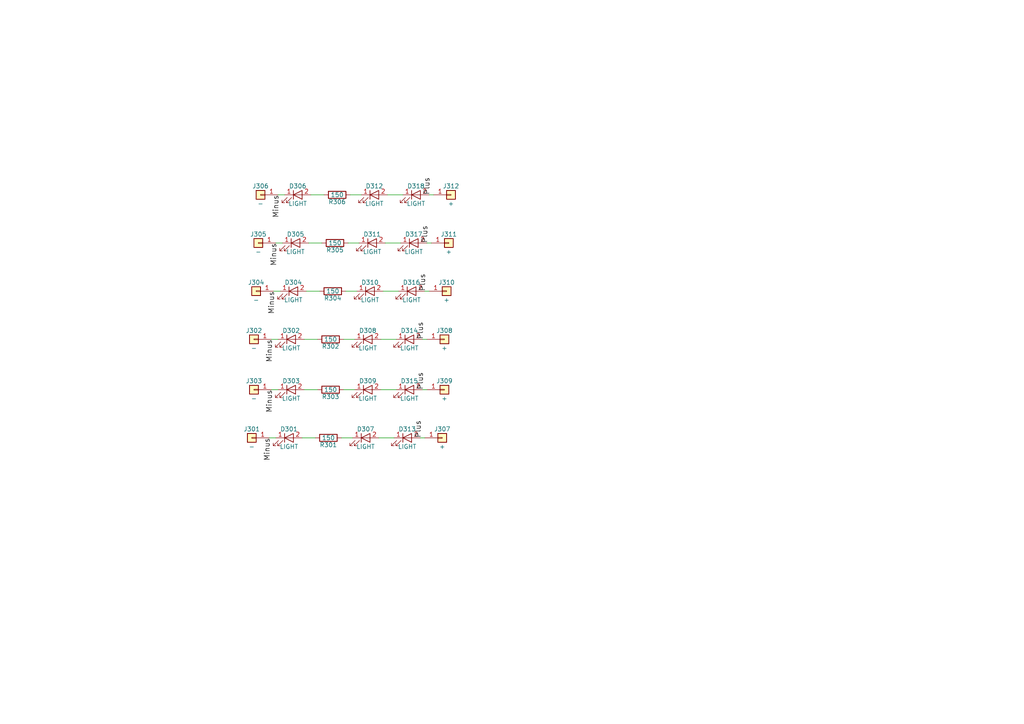
<source format=kicad_sch>
(kicad_sch (version 20211123) (generator eeschema)
  (paper "A4")
  (title_block (title "Eight Ball Club Lighting") (rev "Rev A.") (company "The Country Robot") (comment 1 "Booth Lights"))
  (lib_symbols
    (symbol "Booth-rescue:Conn_01x01" (pin_names (offset 1.016) hide)
      (property "Reference" "J" (at 0 2.54 0))
      (property "Value" "Conn_01x01" (at 0 -2.54 0))
      (symbol "Conn_01x01_1_1"
        (rectangle (start -1.27 0.127) (end 0 -0.127) (stroke (width 0.1524)))
        (rectangle (start -1.27 1.27) (end 1.27 -1.27) (stroke (width 0.254)) (fill (type background)))
        (pin passive line (at -5.08 0 0) (length 3.81) (name "Pin_1") (number "1"))
      )
    )
    (symbol "Booth-rescue:LED" (pin_names (offset 1.016) hide)
      (property "Reference" "D" (at 0 2.54 0))
      (property "Value" "LED" (at 0 -2.54 0))
      (symbol "LED_0_1"
        (polyline (pts (xy -1.27 -1.27) (xy -1.27 1.27)) (stroke (width 0.2032)))
        (polyline (pts (xy -1.27 0) (xy 1.27 0)))
        (polyline (pts (xy 1.27 -1.27) (xy 1.27 1.27) (xy -1.27 0) (xy 1.27 -1.27)) (stroke (width 0.2032)))
        (polyline (pts (xy -3.048 -0.762) (xy -4.572 -2.286) (xy -3.81 -2.286) (xy -4.572 -2.286) (xy -4.572 -1.524)))
        (polyline (pts (xy -1.778 -0.762) (xy -3.302 -2.286) (xy -2.54 -2.286) (xy -3.302 -2.286) (xy -3.302 -1.524)))
      )
      (symbol "LED_1_1"
        (pin passive line (at -3.81 0 0) (length 2.54) (name "K") (number "1"))
        (pin passive line (at 3.81 0 180) (length 2.54) (name "A") (number "2"))
      )
    )
    (symbol "Booth-rescue:R" (pin_numbers hide) (pin_names (offset 0))
      (property "Reference" "R" (at 2.032 0 90))
      (property "Value" "R" (at 0 0 90))
      (symbol "R_0_1"
        (rectangle (start -1.016 -2.54) (end 1.016 2.54) (stroke (width 0.254)))
      )
      (symbol "R_1_1"
        (pin passive line (at 0 3.81 270) (length 1.27) (name "~") (number "1"))
        (pin passive line (at 0 -3.81 90) (length 1.27) (name "~") (number "2"))
      )
    )
  )
  (wire (pts (xy 122.555 113.03) (xy 123.825 113.03)))
  (wire (pts (xy 124.46 56.515) (xy 125.73 56.515)))
  (wire (pts (xy 99.06 127) (xy 102.235 127)))
  (wire (pts (xy 123.19 84.455) (xy 124.46 84.455)))
  (wire (pts (xy 88.9 84.455) (xy 92.71 84.455)))
  (wire (pts (xy 78.105 127) (xy 80.01 127)))
  (wire (pts (xy 111.76 70.485) (xy 116.205 70.485)))
  (wire (pts (xy 100.33 84.455) (xy 103.505 84.455)))
  (wire (pts (xy 122.555 98.425) (xy 123.825 98.425)))
  (wire (pts (xy 109.855 127) (xy 114.3 127)))
  (wire (pts (xy 110.49 98.425) (xy 114.935 98.425)))
  (wire (pts (xy 80.645 56.515) (xy 82.55 56.515)))
  (wire (pts (xy 88.265 113.03) (xy 92.075 113.03)))
  (wire (pts (xy 88.265 98.425) (xy 92.075 98.425)))
  (wire (pts (xy 101.6 56.515) (xy 104.775 56.515)))
  (wire (pts (xy 89.535 70.485) (xy 93.345 70.485)))
  (wire (pts (xy 90.17 56.515) (xy 93.98 56.515)))
  (wire (pts (xy 123.825 70.485) (xy 125.095 70.485)))
  (wire (pts (xy 100.965 70.485) (xy 104.14 70.485)))
  (wire (pts (xy 99.695 113.03) (xy 102.87 113.03)))
  (wire (pts (xy 78.74 113.03) (xy 80.645 113.03)))
  (wire (pts (xy 110.49 113.03) (xy 114.935 113.03)))
  (wire (pts (xy 87.63 127) (xy 91.44 127)))
  (wire (pts (xy 99.695 98.425) (xy 102.87 98.425)))
  (wire (pts (xy 111.125 84.455) (xy 115.57 84.455)))
  (wire (pts (xy 79.375 84.455) (xy 81.28 84.455)))
  (wire (pts (xy 112.395 56.515) (xy 116.84 56.515)))
  (wire (pts (xy 78.74 98.425) (xy 80.645 98.425)))
  (wire (pts (xy 121.92 127) (xy 123.19 127)))
  (wire (pts (xy 80.01 70.485) (xy 81.915 70.485)))
  (label "Minus" (at 79.375 98.425 270) (effects (font (size 1.524 1.524))))
  (label "Minus" (at 79.375 113.03 270) (effects (font (size 1.524 1.524))))
  (label "Minus" (at 81.28 56.515 270) (effects (font (size 1.524 1.524))))
  (label "Minus" (at 80.01 84.455 270) (effects (font (size 1.524 1.524))))
  (label "Plus" (at 123.19 98.425 90) (effects (font (size 1.524 1.524))))
  (label "Plus" (at 123.825 84.455 90) (effects (font (size 1.524 1.524))))
  (label "Plus" (at 125.095 56.515 90) (effects (font (size 1.524 1.524))))
  (label "Minus" (at 78.74 127 270) (effects (font (size 1.524 1.524))))
  (label "Plus" (at 123.19 113.03 90) (effects (font (size 1.524 1.524))))
  (label "Minus" (at 80.645 70.485 270) (effects (font (size 1.524 1.524))))
  (label "Plus" (at 122.555 127 90) (effects (font (size 1.524 1.524))))
  (label "Plus" (at 124.46 70.485 90) (effects (font (size 1.524 1.524))))
  (symbol (lib_id "Booth-rescue:R") (at 97.79 56.515 270) (unit 1)
    (property "Reference" "R306" (at 97.79 58.547 90))
    (property "Value" "150" (at 97.79 56.515 90))
    (property "Footprint" "Resistor_SMD:R_0402_1005Metric" (effects hide))
    (property "Mouser Part Number" "603-RC0402JR-13150RL" (effects hide))
  )
  (symbol (lib_id "Booth-rescue:LED") (at 86.36 56.515 0) (unit 1)
    (property "Reference" "D306" (at 86.36 53.975 0))
    (property "Value" "LIGHT" (at 86.36 59.055 0))
    (property "Footprint" "LED_SMD:LED_0402_1005Metric" (effects hide))
    (property "Mouser Part Number" "743-IN-S42ATUW" (effects hide))
  )
  (symbol (lib_id "Booth-rescue:LED") (at 108.585 56.515 0) (unit 1)
    (property "Reference" "D312" (at 108.585 53.975 0))
    (property "Value" "LIGHT" (at 108.585 59.055 0))
    (property "Footprint" "LED_SMD:LED_0402_1005Metric" (effects hide))
    (property "Mouser Part Number" "743-IN-S42ATUW" (effects hide))
  )
  (symbol (lib_id "Booth-rescue:LED") (at 120.65 56.515 0) (unit 1)
    (property "Reference" "D318" (at 120.65 53.975 0))
    (property "Value" "LIGHT" (at 120.65 59.055 0))
    (property "Footprint" "LED_SMD:LED_0402_1005Metric" (effects hide))
    (property "Mouser Part Number" "743-IN-S42ATUW" (effects hide))
  )
  (symbol (lib_id "Booth-rescue:Conn_01x01") (at 130.81 56.515 0) (unit 1)
    (property "Reference" "J312" (at 130.81 53.975 0))
    (property "Value" "+" (at 130.81 59.055 0))
    (property "Footprint" "BackPads:BottomPad" (effects hide))
  )
  (symbol (lib_id "Booth-rescue:Conn_01x01") (at 75.565 56.515 0) (mirror y) (unit 1)
    (property "Reference" "J306" (at 75.565 53.975 0))
    (property "Value" "-" (at 75.565 59.055 0))
    (property "Footprint" "BackPads:BottomPad" (effects hide))
  )
  (symbol (lib_id "Booth-rescue:LED") (at 119.38 84.455 0) (unit 1)
    (property "Reference" "D316" (at 119.38 81.915 0))
    (property "Value" "LIGHT" (at 119.38 86.995 0))
    (property "Footprint" "LED_SMD:LED_0402_1005Metric" (effects hide))
    (property "Mouser Part Number" "743-IN-S42ATUW" (effects hide))
  )
  (symbol (lib_id "Booth-rescue:LED") (at 84.455 113.03 0) (unit 1)
    (property "Reference" "D303" (at 84.455 110.49 0))
    (property "Value" "LIGHT" (at 84.455 115.57 0))
    (property "Footprint" "LED_SMD:LED_0402_1005Metric" (effects hide))
    (property "Mouser Part Number" "743-IN-S42ATUW" (effects hide))
  )
  (symbol (lib_id "Booth-rescue:LED") (at 106.68 113.03 0) (unit 1)
    (property "Reference" "D309" (at 106.68 110.49 0))
    (property "Value" "LIGHT" (at 106.68 115.57 0))
    (property "Footprint" "LED_SMD:LED_0402_1005Metric" (effects hide))
    (property "Mouser Part Number" "743-IN-S42ATUW" (effects hide))
  )
  (symbol (lib_id "Booth-rescue:LED") (at 118.11 127 0) (unit 1)
    (property "Reference" "D313" (at 118.11 124.46 0))
    (property "Value" "LIGHT" (at 118.11 129.54 0))
    (property "Footprint" "LED_SMD:LED_0402_1005Metric" (effects hide))
    (property "Mouser Part Number" "743-IN-S42ATUW" (effects hide))
  )
  (symbol (lib_id "Booth-rescue:LED") (at 120.015 70.485 0) (unit 1)
    (property "Reference" "D317" (at 120.015 67.945 0))
    (property "Value" "LIGHT" (at 120.015 73.025 0))
    (property "Footprint" "LED_SMD:LED_0402_1005Metric" (effects hide))
    (property "Mouser Part Number" "743-IN-S42ATUW" (effects hide))
  )
  (symbol (lib_id "Booth-rescue:R") (at 96.52 84.455 270) (unit 1)
    (property "Reference" "R304" (at 96.52 86.487 90))
    (property "Value" "150" (at 96.52 84.455 90))
    (property "Footprint" "Resistor_SMD:R_0402_1005Metric" (effects hide))
    (property "Mouser Part Number" "603-RC0402JR-13150RL" (effects hide))
  )
  (symbol (lib_id "Booth-rescue:Conn_01x01") (at 129.54 84.455 0) (unit 1)
    (property "Reference" "J310" (at 129.54 81.915 0))
    (property "Value" "+" (at 129.54 86.995 0))
    (property "Footprint" "BackPads:BottomPad" (effects hide))
  )
  (symbol (lib_id "Booth-rescue:Conn_01x01") (at 130.175 70.485 0) (unit 1)
    (property "Reference" "J311" (at 130.175 67.945 0))
    (property "Value" "+" (at 130.175 73.025 0))
    (property "Footprint" "BackPads:BottomPad" (effects hide))
  )
  (symbol (lib_id "Booth-rescue:LED") (at 85.09 84.455 0) (unit 1)
    (property "Reference" "D304" (at 85.09 81.915 0))
    (property "Value" "LIGHT" (at 85.09 86.995 0))
    (property "Footprint" "LED_SMD:LED_0402_1005Metric" (effects hide))
    (property "Mouser Part Number" "743-IN-S42ATUW" (effects hide))
  )
  (symbol (lib_id "Booth-rescue:LED") (at 85.725 70.485 0) (unit 1)
    (property "Reference" "D305" (at 85.725 67.945 0))
    (property "Value" "LIGHT" (at 85.725 73.025 0))
    (property "Footprint" "LED_SMD:LED_0402_1005Metric" (effects hide))
    (property "Mouser Part Number" "743-IN-S42ATUW" (effects hide))
  )
  (symbol (lib_id "Booth-rescue:Conn_01x01") (at 128.905 98.425 0) (unit 1)
    (property "Reference" "J308" (at 128.905 95.885 0))
    (property "Value" "+" (at 128.905 100.965 0))
    (property "Footprint" "BackPads:BottomPad" (effects hide))
  )
  (symbol (lib_id "Booth-rescue:R") (at 95.25 127 270) (unit 1)
    (property "Reference" "R301" (at 95.25 129.032 90))
    (property "Value" "150" (at 95.25 127 90))
    (property "Footprint" "Resistor_SMD:R_0402_1005Metric" (effects hide))
    (property "Mouser Part Number" "603-RC0402JR-13150RL" (effects hide))
  )
  (symbol (lib_id "Booth-rescue:Conn_01x01") (at 73.66 98.425 0) (mirror y) (unit 1)
    (property "Reference" "J302" (at 73.66 95.885 0))
    (property "Value" "-" (at 73.66 100.965 0))
    (property "Footprint" "BackPads:BottomPad" (effects hide))
  )
  (symbol (lib_id "Booth-rescue:Conn_01x01") (at 74.93 70.485 0) (mirror y) (unit 1)
    (property "Reference" "J305" (at 74.93 67.945 0))
    (property "Value" "-" (at 74.93 73.025 0))
    (property "Footprint" "BackPads:BottomPad" (effects hide))
  )
  (symbol (lib_id "Booth-rescue:Conn_01x01") (at 73.66 113.03 0) (mirror y) (unit 1)
    (property "Reference" "J303" (at 73.66 110.49 0))
    (property "Value" "-" (at 73.66 115.57 0))
    (property "Footprint" "BackPads:BottomPad" (effects hide))
  )
  (symbol (lib_id "Booth-rescue:LED") (at 107.95 70.485 0) (unit 1)
    (property "Reference" "D311" (at 107.95 67.945 0))
    (property "Value" "LIGHT" (at 107.95 73.025 0))
    (property "Footprint" "LED_SMD:LED_0402_1005Metric" (effects hide))
    (property "Mouser Part Number" "743-IN-S42ATUW" (effects hide))
  )
  (symbol (lib_id "Booth-rescue:R") (at 95.885 98.425 270) (unit 1)
    (property "Reference" "R302" (at 95.885 100.457 90))
    (property "Value" "150" (at 95.885 98.425 90))
    (property "Footprint" "Resistor_SMD:R_0402_1005Metric" (effects hide))
    (property "Mouser Part Number" "603-RC0402JR-13150RL" (effects hide))
  )
  (symbol (lib_id "Booth-rescue:LED") (at 106.68 98.425 0) (unit 1)
    (property "Reference" "D308" (at 106.68 95.885 0))
    (property "Value" "LIGHT" (at 106.68 100.965 0))
    (property "Footprint" "LED_SMD:LED_0402_1005Metric" (effects hide))
    (property "Mouser Part Number" "743-IN-S42ATUW" (effects hide))
  )
  (symbol (lib_id "Booth-rescue:LED") (at 107.315 84.455 0) (unit 1)
    (property "Reference" "D310" (at 107.315 81.915 0))
    (property "Value" "LIGHT" (at 107.315 86.995 0))
    (property "Footprint" "LED_SMD:LED_0402_1005Metric" (effects hide))
    (property "Mouser Part Number" "743-IN-S42ATUW" (effects hide))
  )
  (symbol (lib_id "Booth-rescue:Conn_01x01") (at 128.27 127 0) (unit 1)
    (property "Reference" "J307" (at 128.27 124.46 0))
    (property "Value" "+" (at 128.27 129.54 0))
    (property "Footprint" "BackPads:BottomPad" (effects hide))
  )
  (symbol (lib_id "Booth-rescue:Conn_01x01") (at 128.905 113.03 0) (unit 1)
    (property "Reference" "J309" (at 128.905 110.49 0))
    (property "Value" "+" (at 128.905 115.57 0))
    (property "Footprint" "BackPads:BottomPad" (effects hide))
  )
  (symbol (lib_id "Booth-rescue:LED") (at 83.82 127 0) (unit 1)
    (property "Reference" "D301" (at 83.82 124.46 0))
    (property "Value" "LIGHT" (at 83.82 129.54 0))
    (property "Footprint" "LED_SMD:LED_0402_1005Metric" (effects hide))
    (property "Mouser Part Number" "743-IN-S42ATUW" (effects hide))
  )
  (symbol (lib_id "Booth-rescue:LED") (at 84.455 98.425 0) (unit 1)
    (property "Reference" "D302" (at 84.455 95.885 0))
    (property "Value" "LIGHT" (at 84.455 100.965 0))
    (property "Footprint" "LED_SMD:LED_0402_1005Metric" (effects hide))
    (property "Mouser Part Number" "743-IN-S42ATUW" (effects hide))
  )
  (symbol (lib_id "Booth-rescue:LED") (at 118.745 113.03 0) (unit 1)
    (property "Reference" "D315" (at 118.745 110.49 0))
    (property "Value" "LIGHT" (at 118.745 115.57 0))
    (property "Footprint" "LED_SMD:LED_0402_1005Metric" (effects hide))
    (property "Mouser Part Number" "743-IN-S42ATUW" (effects hide))
  )
  (symbol (lib_id "Booth-rescue:Conn_01x01") (at 73.025 127 0) (mirror y) (unit 1)
    (property "Reference" "J301" (at 73.025 124.46 0))
    (property "Value" "-" (at 73.025 129.54 0))
    (property "Footprint" "BackPads:BottomPad" (effects hide))
  )
  (symbol (lib_id "Booth-rescue:Conn_01x01") (at 74.295 84.455 0) (mirror y) (unit 1)
    (property "Reference" "J304" (at 74.295 81.915 0))
    (property "Value" "-" (at 74.295 86.995 0))
    (property "Footprint" "BackPads:BottomPad" (effects hide))
  )
  (symbol (lib_id "Booth-rescue:R") (at 97.155 70.485 270) (unit 1)
    (property "Reference" "R305" (at 97.155 72.517 90))
    (property "Value" "150" (at 97.155 70.485 90))
    (property "Footprint" "Resistor_SMD:R_0402_1005Metric" (effects hide))
    (property "Mouser Part Number" "603-RC0402JR-13150RL" (effects hide))
  )
  (symbol (lib_id "Booth-rescue:R") (at 95.885 113.03 270) (unit 1)
    (property "Reference" "R303" (at 95.885 115.062 90))
    (property "Value" "150" (at 95.885 113.03 90))
    (property "Footprint" "Resistor_SMD:R_0402_1005Metric" (effects hide))
    (property "Mouser Part Number" "603-RC0402JR-13150RL" (effects hide))
  )
  (symbol (lib_id "Booth-rescue:LED") (at 106.045 127 0) (unit 1)
    (property "Reference" "D307" (at 106.045 124.46 0))
    (property "Value" "LIGHT" (at 106.045 129.54 0))
    (property "Footprint" "LED_SMD:LED_0402_1005Metric" (effects hide))
    (property "Mouser Part Number" "743-IN-S42ATUW" (effects hide))
  )
  (symbol (lib_id "Booth-rescue:LED") (at 118.745 98.425 0) (unit 1)
    (property "Reference" "D314" (at 118.745 95.885 0))
    (property "Value" "LIGHT" (at 118.745 100.965 0))
    (property "Footprint" "LED_SMD:LED_0402_1005Metric" (effects hide))
    (property "Mouser Part Number" "743-IN-S42ATUW" (effects hide))
  )
)
</source>
